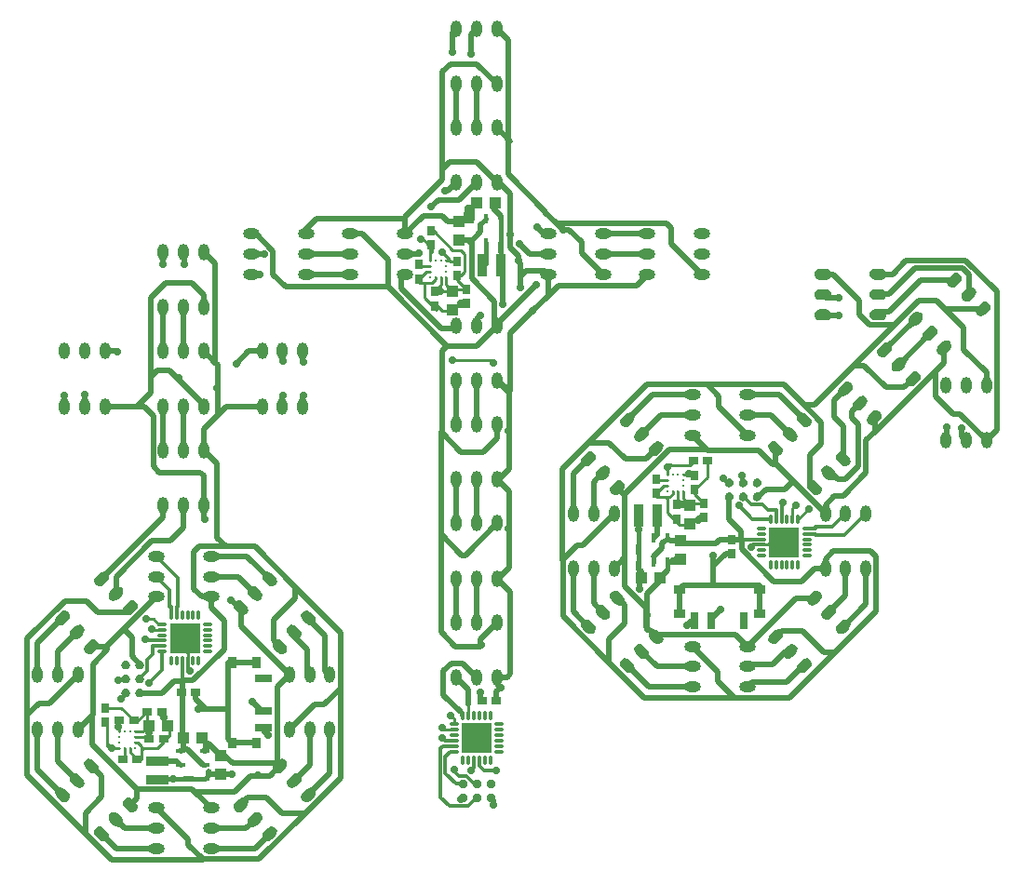
<source format=gtl>
G04 DipTrace 2.4.0.2*
%INfemalemalecross.gtl*%
%MOMM*%
%ADD13C,0.508*%
%ADD14C,0.4*%
%ADD15C,0.254*%
%ADD16C,0.305*%
%ADD17C,0.28*%
%ADD20R,1.1X1.0*%
%ADD21R,1.0X1.1*%
%ADD22R,0.85X2.0*%
%ADD27O,1.0X0.28*%
%ADD28O,0.28X1.0*%
%ADD29C,0.711*%
%ADD30R,2.7X2.7*%
%ADD32R,0.4X0.9*%
%ADD35O,1.0X1.5*%
%ADD37O,1.5X1.0*%
%ADD40R,2.0X0.85*%
%ADD44R,0.9X0.4*%
%ADD46R,0.7X0.9*%
%ADD47R,0.9X0.7*%
%ADD49R,0.25X0.275*%
%ADD50R,0.275X0.25*%
%ADD51C,0.711*%
%FSLAX53Y53*%
G04*
G71*
G90*
G75*
G01*
%LNTop*%
%LPD*%
X69300Y51240D2*
D13*
Y51772D1*
X69089Y51983D1*
Y52666D1*
D14*
X69098Y52675D1*
Y53379D1*
D13*
Y54171D1*
D14*
Y54875D1*
Y55579D1*
D13*
Y56879D1*
X69043Y56934D1*
X69163Y50211D2*
Y51104D1*
X69300Y51240D1*
X74177Y47322D2*
X73871D1*
X73459Y46911D1*
X72681Y59090D2*
D15*
Y57994D1*
X72559Y57871D1*
X73765Y57854D2*
X73105D1*
X72576D1*
X72559Y57871D1*
X73181Y59090D2*
Y58439D1*
X73765Y57854D1*
X75035Y58009D2*
X73920D1*
X73765Y57854D1*
X75339Y61847D2*
Y60388D1*
X74199Y59248D1*
Y58846D1*
X75035Y58009D1*
X69077Y55644D2*
D14*
X69098Y55579D1*
X73105Y57885D2*
D15*
Y57854D1*
X86068Y52098D2*
D13*
Y52945D1*
X86768Y53645D1*
X90196D1*
X90675Y53166D1*
Y48130D1*
X86971Y44426D1*
X85973D1*
X83976Y46423D1*
X82115D1*
X81545Y45852D1*
X86971Y44426D2*
X82834Y40290D1*
X77763D1*
X76255Y41797D1*
Y42693D1*
X73959Y44989D1*
X77763Y40290D2*
X69624D1*
X66402Y43512D1*
Y45667D1*
X67780Y47045D1*
Y48738D1*
X67130Y49388D1*
X66402Y43512D2*
X62197Y47716D1*
Y52876D1*
X63535Y54213D1*
X63964D1*
X66849Y57098D1*
X62197Y52876D2*
X62114Y52793D1*
Y61097D1*
X64548Y63531D1*
X66402D1*
X67890Y62042D1*
X69730D1*
X70665Y62978D1*
X64548Y63531D2*
X69851Y68833D1*
X75328D1*
X76398Y67763D1*
Y66768D1*
X78959Y64207D1*
X75328Y68833D2*
X82274D1*
X84177Y66931D1*
X85717Y65391D1*
Y63450D1*
X84652Y62385D1*
Y59871D1*
X85080Y59442D1*
X86068Y52098D2*
X85119D1*
X83928Y50907D1*
X81366D1*
X78458Y53816D1*
Y54728D1*
D16*
X80284D1*
X78458D2*
D13*
X77516D1*
X76479D1*
X76121Y54371D1*
X73122D1*
X72880Y54613D1*
X71960D1*
D14*
X71698Y54875D1*
X77314Y58597D2*
D13*
Y56532D1*
X78406Y55439D1*
Y54677D1*
X78458Y54728D1*
X70398Y52675D2*
D14*
Y53151D1*
D13*
X71172Y53926D1*
Y54350D1*
X71377Y54554D1*
D14*
X71698Y54875D1*
X84177Y66931D2*
D13*
X85048D1*
X88661Y70543D1*
X89590D1*
X91596Y68537D1*
X93256D1*
X94060Y69342D1*
X88661Y70543D2*
X92348Y74231D1*
X90117D1*
X89147Y75201D1*
Y76474D1*
X86773Y78848D1*
X85848D1*
X92348Y74231D2*
X94581Y76464D1*
X96147D1*
X96930Y75681D1*
X100400D1*
X100424Y75706D1*
X100708Y68746D2*
Y69896D1*
X98642Y71962D1*
Y73968D1*
X96930Y75681D1*
X77516Y54714D2*
Y54728D1*
X85080Y49388D2*
X83357D1*
X78959Y44989D1*
X81545Y62978D2*
Y61621D1*
X83127Y60039D1*
X86068Y57098D1*
X81545Y61621D2*
Y61533D1*
X81244D1*
X79966Y62811D1*
X75355D1*
X75290Y62876D1*
X73959Y64207D1*
X75290Y62876D2*
X71904D1*
X67845Y58818D1*
X67754D1*
X67130Y59442D1*
X67845Y58818D2*
Y53094D1*
X66849Y52098D1*
X67845Y53094D2*
Y50438D1*
X69796Y48488D1*
Y47846D1*
Y46722D1*
X70665Y45852D1*
Y46047D1*
X77901D1*
X78959Y44989D1*
X71698Y52675D2*
D14*
X72152D1*
D13*
X72642D1*
X72880Y52913D1*
X71698Y52675D2*
D14*
Y51971D1*
D13*
Y51938D1*
X71000Y51240D1*
Y50967D1*
X69838Y49805D1*
Y46475D1*
X70128D1*
X70708Y45895D1*
X70665Y45852D1*
X79854Y58597D2*
X79958D1*
X80656Y59296D1*
X82384D1*
X83127Y60039D1*
X80284Y54228D2*
D16*
X79520D1*
X79324Y54033D1*
X80077Y47972D2*
D13*
Y50172D1*
X72777Y47972D2*
Y50172D1*
X69823Y47846D2*
X69796D1*
X80077Y47972D2*
Y50531D1*
X75868D1*
Y52279D1*
Y53231D1*
X81434Y53578D2*
X82334Y54478D1*
X80284Y54228D2*
D15*
X82084D1*
X82334Y54478D1*
X72186Y52709D2*
D14*
X72152Y52675D1*
X72880Y52913D2*
D13*
X72390D1*
X72186Y52709D1*
X82334Y54478D2*
Y55378D1*
X80284Y54228D2*
D17*
X81038D1*
D13*
X82084D1*
X82334Y54478D1*
X75868Y50531D2*
X73136D1*
X72777Y50172D1*
X86068Y57098D2*
Y57822D1*
X86899Y58653D1*
X87682D1*
X89779Y60750D1*
Y63710D1*
X90569Y64500D1*
Y65762D1*
X90525Y65806D1*
X90569Y64500D2*
X96074Y70005D1*
X96881Y70812D1*
Y72162D1*
X96889Y72170D1*
X96074Y70005D2*
Y67729D1*
X97664Y66139D1*
X98315D1*
X100708Y63746D1*
X90848Y78848D2*
X92170D1*
X93412Y80090D1*
X98833D1*
X101643Y77280D1*
Y64680D1*
X100708Y63746D1*
X77516Y53414D2*
X77004D1*
X75868Y52279D1*
X71681Y59590D2*
D15*
X71331D1*
X70869Y59128D1*
Y59091D1*
X70709Y58931D1*
X75035Y56709D2*
Y56493D1*
X74484D1*
X74104D1*
X73765Y56154D1*
X72559Y56571D2*
Y56304D1*
X72839Y56024D1*
X73635D1*
X73765Y56154D1*
X70709Y58931D2*
Y58545D1*
X71554D1*
X71700Y58398D1*
Y57114D1*
X72298Y56516D1*
X72504D1*
X72559Y56571D1*
X72181Y59090D2*
Y58879D1*
X71846Y58545D1*
X71554D1*
X74484Y56506D2*
Y56493D1*
X75035Y56709D2*
D13*
X74687D1*
X74484Y56506D1*
X70743Y56934D2*
Y55220D1*
D14*
X70398Y54875D1*
X77314Y59867D2*
D16*
X77148D1*
X76762Y60253D1*
X81084Y56528D2*
X79446D1*
X78190Y57785D1*
X82084Y56528D2*
Y57934D1*
X82241Y58091D1*
X78584Y59867D2*
Y60400D1*
X78475Y60509D1*
X81584Y56528D2*
Y57379D1*
X80833D1*
X80333Y57879D1*
X79367D1*
X78649Y58597D1*
X78584D1*
X84384Y55728D2*
X85138D1*
Y55862D1*
X86682D1*
X87918Y57098D1*
X84384Y55228D2*
X85138D1*
Y55117D1*
X87787D1*
X89768Y57098D1*
X75677Y47322D2*
D13*
Y47505D1*
X76501Y48328D1*
X89768Y52098D2*
Y48843D1*
X87696Y46772D1*
X87918Y52098D2*
Y49609D1*
X86388Y48080D1*
X84161Y43236D2*
X84070D1*
X82537Y41703D1*
X79373D1*
X78959Y41289D1*
X82853Y44544D2*
X82472D1*
X81284Y43356D1*
X79176D1*
X78959Y43139D1*
X73959Y41289D2*
X69996D1*
X68049Y43236D1*
X73959Y43139D2*
X70762D1*
X69357Y44544D1*
X64999Y52098D2*
Y48902D1*
X65822Y48080D1*
X63149Y52098D2*
Y48136D1*
X64514Y46772D1*
X63149Y57098D2*
Y60694D1*
X64514Y62058D1*
X64999Y57098D2*
Y59928D1*
X65822Y60750D1*
X73959Y66057D2*
X71129D1*
X69357Y64286D1*
X73959Y67907D2*
X70363D1*
X68049Y65594D1*
X78959Y67907D2*
X81847D1*
X84161Y65594D1*
X78959Y66057D2*
X81081D1*
X82853Y64286D1*
X87696Y62058D2*
Y65000D1*
X86850Y65846D1*
Y67364D1*
X87909Y68423D1*
X86388Y60750D2*
X86612D1*
X87193Y60170D1*
X87878D1*
X89052Y61344D1*
Y65210D1*
X88514Y65748D1*
Y66411D1*
X89217Y67114D1*
X91444Y71958D2*
X94273Y74787D1*
X92752Y70650D2*
X95581Y73478D1*
X99116Y77014D2*
Y78828D1*
X98541Y79403D1*
X94193D1*
X91841Y77051D1*
X90901D1*
X90848Y76998D1*
X97808Y78322D2*
X94727D1*
X91841Y75436D1*
X91137D1*
X90848Y75148D1*
X97122Y64908D2*
Y63860D1*
X97008Y63746D1*
X87245Y75061D2*
X85936D1*
X85848Y75148D1*
X98500Y64816D2*
Y64104D1*
X98858Y63746D1*
X87291Y76715D2*
X86132D1*
X85848Y76998D1*
X31045Y33366D2*
X30171D1*
X29955Y33582D1*
Y33240D1*
D14*
X29610Y32896D1*
X28558D1*
D13*
X27766D1*
D14*
X27410D1*
X26761D1*
X26129D1*
D13*
X25406D1*
X25352Y32841D1*
X32084Y33389D2*
X31068D1*
X31045Y33366D1*
X34973Y37599D2*
Y37292D1*
X35384Y36881D1*
X23319Y36708D2*
D15*
X24390D1*
X24562Y36536D1*
X24554Y37793D2*
Y37133D1*
Y36544D1*
X24562Y36536D1*
X23319Y37208D2*
X23970D1*
X24554Y37793D1*
X24399Y39063D2*
Y37948D1*
X24554Y37793D1*
X20575Y39367D2*
X22021D1*
X23161Y38226D1*
X23563D1*
X24399Y39063D1*
X24524Y37133D2*
X24554D1*
X26761Y32903D2*
D14*
Y32896D1*
X30197Y49489D2*
D13*
X29350D1*
X28650Y50189D1*
Y53617D1*
X29129Y54096D1*
X31548D1*
X34164D1*
X37868Y50392D1*
Y49394D1*
X35872Y47397D1*
Y45537D1*
X36442Y44966D1*
X37868Y50392D2*
X42005Y46255D1*
Y41184D1*
X40497Y39676D1*
X39602D1*
X37306Y37380D1*
X42005Y41184D2*
Y33045D1*
X38783Y29823D1*
X36628D1*
X35249Y31201D1*
X33557D1*
X32907Y30551D1*
X38783Y29823D2*
X34579Y25619D1*
X29419D1*
X28082Y26956D1*
Y27386D1*
X25197Y30271D1*
X29419Y25619D2*
X29502Y25535D1*
X21198D1*
X18764Y27970D1*
Y29823D1*
X20252Y31312D1*
Y33152D1*
X19317Y34087D1*
X18764Y27970D2*
X13474Y33259D1*
Y38762D1*
X14532Y39820D1*
X15527D1*
X18088Y42380D1*
X13474Y38762D2*
Y45708D1*
X16904Y49138D1*
X18845D1*
X19910Y48073D1*
X22424D1*
X22853Y48502D1*
X30197Y49489D2*
Y48540D1*
X31387Y47349D1*
Y44704D1*
X28563Y41879D1*
X27566D1*
D16*
Y43706D1*
Y41879D2*
D13*
Y40660D1*
Y36783D1*
X27672Y36678D1*
Y35758D1*
D14*
X27410Y35496D1*
X23697Y40735D2*
D13*
X25763D1*
X26856Y41828D1*
X27617D1*
X27566Y41879D1*
X29610Y34196D2*
D14*
X29482D1*
D13*
X28012Y35666D1*
X27587D1*
X27689Y35564D1*
D14*
X27383D1*
Y35522D1*
X27410Y35496D1*
X29547Y62839D2*
D13*
Y64798D1*
X30781Y66032D1*
Y68507D1*
Y70605D1*
X30578Y70808D1*
X29547Y71839D1*
X31548Y54096D2*
X30745Y54899D1*
Y61641D1*
X29547Y62839D1*
X30578Y70808D2*
Y79808D1*
X29547Y80839D1*
X34847Y66839D2*
X31588D1*
X30781Y66032D1*
X20547Y71839D2*
X21606D1*
X21646Y71799D1*
X30718Y68507D2*
X30781D1*
X27473Y40847D2*
Y40754D1*
X27566Y40660D1*
X32907Y48502D2*
Y46779D1*
X37306Y42380D1*
X19317Y44966D2*
X20673D1*
X22256Y46548D1*
X25197Y49489D1*
X20673Y44966D2*
X20762D1*
Y44665D1*
X19484Y43387D1*
Y38776D1*
X19419Y38711D1*
X18088Y37380D1*
X19419Y38711D2*
Y36051D1*
X23477Y31993D1*
Y31176D1*
X22853Y30551D1*
X23477Y31993D2*
X28475D1*
X28684Y31783D1*
X30197Y30271D1*
X28684Y31783D2*
X32373D1*
X33807Y33217D1*
X34449D1*
X35573D1*
X36442Y34087D1*
X36248D1*
Y41323D1*
X37306Y42380D1*
X29610Y35496D2*
D14*
Y36645D1*
D13*
X29262D1*
X29340D1*
X29372Y36678D1*
X29610Y35496D2*
D14*
X29535D1*
D13*
X29966Y35927D1*
Y36144D1*
X31045Y35066D1*
X31398D1*
X32132Y34331D1*
X36198D1*
X36442Y34087D1*
X23697Y43275D2*
Y43379D1*
X22999Y44078D1*
Y45805D1*
X22256Y46548D1*
X28066Y43706D2*
D16*
Y42941D1*
X28262Y42746D1*
X34323Y43499D2*
D13*
X32123D1*
X34323Y36199D2*
X32123D1*
X34449Y33244D2*
Y33217D1*
X34323Y43499D2*
X31763D1*
Y39289D1*
X29688D1*
X29064D1*
X28716Y44856D2*
X27816Y45756D1*
X28066Y43706D2*
D15*
Y45506D1*
X27816Y45756D1*
X29229Y36679D2*
D14*
X29262Y36645D1*
X29231Y36678D2*
D13*
X29229Y36679D1*
X27816Y45756D2*
X26916D1*
X28066Y43706D2*
D17*
Y44460D1*
D13*
Y45506D1*
X27816Y45756D1*
X31763Y39289D2*
Y36558D1*
X32123Y36199D1*
X29547Y57839D2*
Y56653D1*
X29623Y56577D1*
X32907Y48502D2*
X32730D1*
X32027Y49204D1*
X29547Y75839D2*
Y76998D1*
X28467Y78078D1*
X26087D1*
X24678Y76669D1*
Y69480D1*
Y68072D1*
X23416Y66809D1*
X20577D1*
X20547Y66839D1*
X29547D2*
Y66992D1*
X27207Y69332D1*
X26427Y70112D1*
X25311D1*
X24678Y69480D1*
X29547Y57839D2*
Y60500D1*
X29229Y60818D1*
X25456D1*
X24934Y61339D1*
Y65991D1*
X24117Y66809D1*
X23416D1*
X34847Y71839D2*
X33649D1*
X32484Y70675D1*
X27266Y69390D2*
X27207Y69332D1*
X28773Y40847D2*
Y40205D1*
X29688Y39289D1*
X22819Y35708D2*
D15*
Y35359D1*
X23281Y34897D1*
X23318D1*
X23478Y34737D1*
X25699Y39063D2*
X25916D1*
Y38511D1*
Y38131D1*
X26254Y37793D1*
X25862Y36536D2*
X26054D1*
X26385Y36867D1*
Y37662D1*
X26254Y37793D1*
X23478Y34737D2*
X23864D1*
Y35581D1*
X24010Y35727D1*
X25295D1*
X25892Y36325D1*
Y36506D1*
X25862Y36536D1*
X23319Y36208D2*
X23529D1*
X23864Y35874D1*
Y35581D1*
X25903Y38511D2*
X25916D1*
X25699Y39063D2*
D13*
Y38715D1*
X25903Y38511D1*
X25352Y34541D2*
X27065D1*
D14*
X27410Y34196D1*
X22427Y40735D2*
D16*
Y40569D1*
X22042Y40184D1*
X25766Y44506D2*
Y42867D1*
X24510Y41611D1*
X25766Y45506D2*
X24360D1*
X24204Y45662D1*
X22427Y42005D2*
X21895D1*
X21786Y41896D1*
X25766Y45006D2*
X24916D1*
Y44255D1*
X24416Y43755D1*
Y42789D1*
X23697Y42070D1*
Y42005D1*
X26566Y47806D2*
Y48560D1*
X26433D1*
Y50103D1*
X25197Y51339D1*
X27066Y47806D2*
Y48560D1*
X27177D1*
Y51208D1*
X25197Y53189D1*
X34973Y39099D2*
D13*
X34790D1*
X33966Y39923D1*
X30197Y53189D2*
X33452D1*
X35523Y51118D1*
X30197Y51339D2*
X32686D1*
X34215Y49810D1*
X39059Y47582D2*
Y47491D1*
X40592Y45958D1*
Y42794D1*
X41006Y42380D1*
X37751Y46274D2*
Y45893D1*
X38938Y44706D1*
Y42597D1*
X39156Y42380D1*
X41006Y37380D2*
Y33417D1*
X39059Y31471D1*
X39156Y37380D2*
Y34184D1*
X37751Y32779D1*
X30197Y28421D2*
X33393D1*
X34215Y29243D1*
X30197Y26571D2*
X34159D1*
X35523Y27935D1*
X25197Y26571D2*
X21601D1*
X20236Y27935D1*
X25197Y28421D2*
X22367D1*
X21545Y29243D1*
X16238Y37380D2*
Y34550D1*
X18009Y32779D1*
X14388Y37380D2*
Y33784D1*
X16701Y31471D1*
X14388Y42380D2*
Y45269D1*
X16701Y47582D1*
X16238Y42380D2*
Y44503D1*
X18009Y46274D1*
X38547Y66839D2*
Y67704D1*
X38619Y67777D1*
X16833Y67850D2*
Y66853D1*
X16847Y66839D1*
X36697D2*
Y67752D1*
X36721Y67777D1*
X18730Y67923D2*
Y66873D1*
X18697Y66839D1*
X21545Y49810D2*
Y51271D1*
X24844Y54570D1*
X26489D1*
X27723Y55804D1*
Y57812D1*
X27697Y57839D1*
X25847D2*
Y56728D1*
X20236Y51118D1*
X25847Y62839D2*
Y66839D1*
X27697Y62839D2*
Y66839D1*
Y75839D2*
Y71839D1*
X25847Y75839D2*
Y71839D1*
X38547D2*
Y70914D1*
X38582Y70879D1*
X25846Y79746D2*
Y80839D1*
X25847D1*
X36697Y71839D2*
Y70940D1*
X36721Y70915D1*
X27744Y79710D2*
Y80792D1*
X27697Y80839D1*
X56523Y83909D2*
D14*
Y81660D1*
D13*
Y80868D1*
D14*
Y81709D1*
Y79460D1*
D13*
X56578D1*
Y79651D1*
X56523Y83909D2*
Y84189D1*
X55904Y84808D1*
Y85195D1*
X56053Y85344D1*
X56762Y76137D2*
Y79466D1*
X56578Y79651D1*
X51094Y78570D2*
D15*
Y77853D1*
X50521Y77281D1*
X52178Y77335D2*
X51068D1*
X50575D1*
X50521Y77281D1*
X51594Y78570D2*
Y77919D1*
X52178Y77335D1*
X53448Y77490D2*
X52333D1*
X52178Y77335D1*
X50231Y82796D2*
X50432D1*
X52181Y81048D1*
X52910D1*
X53285Y80672D1*
Y79082D1*
X52932Y78729D1*
X52612D1*
Y78326D1*
X53448Y77490D1*
X51068Y77318D2*
Y77335D1*
X52741Y81971D2*
D13*
X53661D1*
D14*
X53923Y81709D1*
X53744D1*
D13*
X54724Y82689D1*
Y83410D1*
D14*
X55223Y83909D1*
X54106Y34626D2*
D16*
Y33952D1*
X53883Y33729D1*
Y33667D1*
X52916Y31102D2*
D13*
X53016D1*
X53126Y31213D1*
X52741Y81971D2*
X53899D1*
Y78476D1*
X55989Y76386D1*
Y74176D1*
X56206D1*
X33856Y82526D2*
X34259D1*
X35834Y80950D1*
Y78855D1*
X36984Y77706D1*
X46279D1*
X51655Y72330D1*
X54361D1*
X56206Y74176D1*
Y65176D2*
Y63951D1*
X54946Y62691D1*
X52906D1*
X51206Y64391D1*
Y71882D1*
X51655Y72330D1*
X51206Y64391D2*
X51121Y64476D1*
Y55182D1*
X53020Y53283D1*
X53314D1*
X56206Y56176D1*
X51121Y55182D2*
Y46281D1*
X52441Y44961D1*
X54669D1*
Y45198D1*
Y45639D1*
X56206Y47176D1*
X42856Y82526D2*
X43964D1*
X46279Y80211D1*
Y77706D1*
X59754Y77856D2*
X56206Y74309D1*
Y74176D1*
X54758Y45109D2*
X54669Y45198D1*
X62200Y82902D2*
X62188D1*
X61598Y83492D1*
X60560Y84530D1*
X60621D1*
X57224Y87928D1*
Y91159D1*
X57431Y90952D1*
X56206Y92176D1*
X57431Y90952D2*
X57224D1*
Y100159D1*
X56206Y101176D1*
X62200Y82902D2*
X62720D1*
X63877Y81746D1*
Y80806D1*
X65856Y78826D1*
X61598Y83492D2*
X71637D1*
X72052Y83077D1*
Y81631D1*
X74856Y78826D1*
X54713Y40789D2*
Y40163D1*
X54863Y40013D1*
X53923Y83909D2*
D14*
Y84914D1*
D13*
X54353Y85344D1*
X53923Y83909D2*
D14*
X52661D1*
D13*
Y83751D1*
X52741Y83671D1*
X54606Y34626D2*
D16*
Y34079D1*
X54992Y33693D1*
X56163D1*
X55854Y30564D2*
D13*
Y31026D1*
X55666Y31213D1*
X47856Y82526D2*
Y83920D1*
X39800D1*
X38775Y82894D1*
Y82444D1*
X38856Y82526D1*
X56206Y60176D2*
X56342D1*
X57327Y61161D1*
Y64553D1*
Y68056D1*
X56206Y69176D1*
Y51176D2*
X56268D1*
X57278Y52185D1*
Y55725D1*
Y59105D1*
X56206Y60176D1*
Y42176D2*
X57108D1*
X57436Y42505D1*
Y49946D1*
X56206Y51176D1*
X55256Y37576D2*
X54356Y36676D1*
X56206Y42176D2*
Y41549D1*
X56519Y41236D1*
X52661Y83751D2*
D14*
Y83591D1*
D13*
X52741Y83671D1*
X53398Y83842D2*
D14*
X53713Y83727D1*
X53923Y84914D1*
X53398Y83842D2*
D13*
Y84389D1*
X54353Y85344D1*
X53605Y84833D2*
D14*
Y84302D1*
X52888Y83585D1*
X52661D1*
X47856Y83920D2*
D13*
Y84086D1*
X51220Y87450D1*
Y88404D1*
X51858Y89042D1*
X54341D1*
X56206Y87176D1*
X51220Y88404D2*
Y97268D1*
X51947Y97995D1*
X54387D1*
X56206Y96176D1*
X69856Y78826D2*
Y78744D1*
X68947Y77834D1*
X61794D1*
X60856Y76897D1*
X59467Y75507D1*
X57405Y73445D1*
Y68206D1*
X56206Y69176D1*
X60856Y78826D2*
Y76897D1*
X57245Y55725D2*
X57278D1*
X57207Y64585D2*
X57327Y64553D1*
X59436Y75538D2*
X59467Y75507D1*
X58361Y77597D2*
Y79857D1*
X58152Y80066D1*
X58204D1*
Y80476D1*
X57425Y81255D1*
Y82441D1*
X56206Y87176D2*
Y87408D1*
X57425Y86189D1*
Y82441D1*
X58361Y77597D2*
Y78665D1*
X58850Y79154D1*
X60529D1*
X60856Y78826D1*
X56163Y40013D2*
Y40880D1*
X56519Y41236D1*
X52741Y83671D2*
X51760D1*
X51238Y84193D1*
X49523D1*
X47856Y82526D1*
X50094Y79070D2*
D15*
X49744D1*
X49282Y78608D1*
Y78571D1*
X49122Y78412D1*
X53448Y76190D2*
Y75974D1*
X52897D1*
X52517D1*
X52178Y75635D1*
X50521Y75981D2*
X50776D1*
X51252Y75504D1*
X52048D1*
X52178Y75635D1*
X49122Y78412D2*
Y78032D1*
X49967D1*
X49629D1*
Y76681D1*
X50710Y75600D1*
Y75792D1*
X50521Y75981D1*
X50594Y78570D2*
Y78360D1*
X50266Y78032D1*
X49967D1*
X52897Y76212D2*
Y75974D1*
X53448Y76190D2*
D13*
X52919D1*
X52897Y76212D1*
X55223Y81709D2*
D14*
Y79853D1*
D13*
X55021Y79651D1*
X54878D1*
X52306Y35426D2*
D16*
X51972D1*
X51507Y34961D1*
Y33455D1*
X52479Y32483D1*
X53126D1*
X52306Y36426D2*
X51473D1*
X51218Y36681D1*
X52280Y33799D2*
Y33639D1*
X52734Y33185D1*
X53425D1*
X54128Y32483D1*
X54396D1*
X52306Y35926D2*
X51267D1*
X51042Y35701D1*
Y31271D1*
X51872Y30441D1*
X53575D1*
X54346Y31213D1*
X54396D1*
X53106Y38726D2*
D17*
X52904D1*
Y39027D1*
D13*
X51343Y40588D1*
Y42746D1*
X52043Y43446D1*
X53086D1*
X54356Y42176D1*
X53606Y38726D2*
D17*
Y39685D1*
D13*
Y41076D1*
X52506Y42176D1*
Y47176D2*
Y51176D1*
X54356Y47176D2*
Y51176D1*
X52506Y56176D2*
Y60176D1*
X54356Y56176D2*
Y60176D1*
X52506Y65176D2*
Y69176D1*
X54356Y65176D2*
Y69176D1*
Y74176D2*
Y74766D1*
X54683Y75093D1*
X47856Y80676D2*
X48995D1*
X49076Y80757D1*
X52506Y74176D2*
Y73942D1*
X51095D1*
X47471Y77566D1*
Y78936D1*
X47966D1*
X47856Y78826D1*
X42856D2*
X38856D1*
X42856Y80676D2*
X38856D1*
X35011Y80693D2*
X33856Y80676D1*
X50225Y84975D2*
X50839Y85589D1*
X52769D1*
X54356Y87176D1*
X33856Y78826D2*
X34641D1*
Y78860D1*
X51494Y86402D2*
X51732D1*
X52506Y87176D1*
Y92176D2*
Y96176D1*
X54356Y92176D2*
Y96176D1*
X65856Y82526D2*
X69856D1*
X65856Y80676D2*
X69856D1*
X52179Y99015D2*
Y100849D1*
X52506Y101176D1*
X60856Y82526D2*
X60482D1*
X59894Y83114D1*
X53880Y98884D2*
Y100700D1*
X54356Y101176D1*
X60856Y80676D2*
X59179D1*
X58217Y81638D1*
X83584Y56528D2*
D15*
X83601D1*
X84542Y57470D1*
X73181Y60590D2*
X73443D1*
X73485Y60548D1*
X74199D1*
X73633Y60674D2*
X73485Y60548D1*
X71681Y60590D2*
Y61253D1*
Y61383D1*
X71837D1*
Y61523D1*
X71995D1*
X72060Y61458D1*
X73234D1*
X73261Y61485D1*
X73779D1*
X74039Y61745D1*
Y61847D1*
X71729Y61253D2*
X71681D1*
X83084Y56528D2*
Y57558D1*
X83351Y57825D1*
X71681Y60090D2*
X70851D1*
X70709Y60231D1*
X21819Y37208D2*
Y37470D1*
X21861Y37512D1*
Y38226D1*
X21734Y37660D2*
X21861Y37512D1*
X25766Y47006D2*
X25381D1*
X24934Y47452D1*
X24329D1*
X21819Y35708D2*
X21156D1*
X21026D1*
Y35864D1*
X20886D1*
Y36023D1*
X20747Y35883D1*
Y37984D1*
X20664Y38067D1*
X20575D1*
X21156Y35756D2*
Y35708D1*
X25766Y46506D2*
X25012D1*
X24810D1*
X24763Y46553D1*
X22319Y35708D2*
Y34878D1*
X22178Y34737D1*
X51594Y80070D2*
X51855D1*
X51897Y80029D1*
X52612D1*
X51228Y80840D2*
X51897Y80171D1*
Y80029D1*
X52306Y37926D2*
Y38428D1*
X52006Y38728D1*
X52129Y71040D2*
X55591D1*
X55875Y70757D1*
X50094Y80070D2*
Y80863D1*
X50249D1*
Y81124D1*
X49877Y81496D1*
X50231D1*
X49232Y82080D2*
X49426D1*
X50094Y81412D1*
Y80863D1*
X52306Y37426D2*
X51386D1*
X51192Y37620D1*
X50094Y79570D2*
X49264D1*
X49122Y79712D1*
D51*
X75868Y53231D3*
X29064Y39289D3*
X76762Y60253D3*
X78475Y60509D3*
X82241Y58091D3*
X78190Y57785D3*
X79324Y54033D3*
X69163Y50211D3*
X69823Y47846D3*
X72186Y52709D3*
X73459Y46911D3*
X76501Y48328D3*
X87291Y76715D3*
X87245Y75061D3*
X97122Y64908D3*
X98500Y64816D3*
X22042Y40184D3*
X21786Y41896D3*
X24204Y45662D3*
X24510Y41611D3*
X28262Y42746D3*
X32084Y33389D3*
X34449Y33244D3*
X29229Y36679D3*
X35384Y36881D3*
X33966Y39923D3*
X29623Y56577D3*
X32027Y49204D3*
X27744Y79710D3*
X25846Y79746D3*
X36721Y70915D3*
X38582Y70879D3*
X38619Y67777D3*
X36721D3*
X18730Y67923D3*
X16833Y67850D3*
X32484Y70675D3*
X21646Y71799D3*
X30718Y68507D3*
X27266Y69390D3*
X57245Y55725D3*
X57207Y64585D3*
X51494Y86402D3*
X50225Y84975D3*
X51218Y36681D3*
X52280Y33799D3*
X56163Y33693D3*
X53883Y33667D3*
X52916Y31102D3*
X55854Y30564D3*
X34641Y78860D3*
X35011Y80693D3*
X53880Y98884D3*
X52179Y99015D3*
X58217Y81638D3*
X59894Y83114D3*
X59754Y77856D3*
X62200Y82902D3*
X56762Y76137D3*
X59436Y75538D3*
X56519Y41236D3*
X54758Y45109D3*
X53398Y83842D3*
X58361Y77597D3*
X53605Y84833D3*
X58152Y80066D3*
X57425Y82441D3*
X54713Y40789D3*
X73633Y60674D3*
X71729Y61253D3*
X84542Y57470D3*
X83351Y57825D3*
X69077Y55644D3*
X73105Y57885D3*
X74484Y56506D3*
X21734Y37660D3*
X21156Y35756D3*
X24524Y37133D3*
X25903Y38511D3*
X51228Y80840D3*
X49232Y82080D3*
X51068Y77318D3*
X52897Y76212D3*
X26761Y32903D3*
X24329Y47452D3*
X24763Y46553D3*
X49076Y80757D3*
X54683Y75093D3*
X52006Y38728D3*
X51192Y37620D3*
X52129Y71040D3*
X55875Y70757D3*
D20*
X69300Y51240D3*
X71000D3*
D21*
X72880Y54613D3*
Y52913D3*
G36*
X77708Y59867D2*
X77702Y59936D1*
X77684Y60002D1*
X77655Y60064D1*
X77615Y60120D1*
X77567Y60169D1*
X77511Y60208D1*
X77448Y60237D1*
X77382Y60255D1*
X77314Y60261D1*
D1*
X77245Y60255D1*
X77179Y60237D1*
X77117Y60208D1*
X77061Y60169D1*
X77012Y60120D1*
X76973Y60064D1*
X76944Y60002D1*
X76926Y59936D1*
X76920Y59867D1*
D1*
X76926Y59799D1*
X76944Y59733D1*
X76973Y59671D1*
X77012Y59614D1*
X77061Y59566D1*
X77117Y59526D1*
X77179Y59497D1*
X77245Y59480D1*
X77314Y59474D1*
D1*
X77382Y59480D1*
X77448Y59497D1*
X77511Y59526D1*
X77567Y59566D1*
X77615Y59614D1*
X77655Y59671D1*
X77684Y59733D1*
X77702Y59799D1*
X77708Y59867D1*
G37*
G36*
X78978D2*
X78972Y59936D1*
X78954Y60002D1*
X78925Y60064D1*
X78885Y60120D1*
X78837Y60169D1*
X78781Y60208D1*
X78718Y60237D1*
X78652Y60255D1*
X78584Y60261D1*
D1*
X78515Y60255D1*
X78449Y60237D1*
X78387Y60208D1*
X78331Y60169D1*
X78282Y60120D1*
X78243Y60064D1*
X78214Y60002D1*
X78196Y59936D1*
X78190Y59867D1*
D1*
X78196Y59799D1*
X78214Y59733D1*
X78243Y59671D1*
X78282Y59614D1*
X78331Y59566D1*
X78387Y59526D1*
X78449Y59497D1*
X78515Y59480D1*
X78584Y59474D1*
D1*
X78652Y59480D1*
X78718Y59497D1*
X78781Y59526D1*
X78837Y59566D1*
X78885Y59614D1*
X78925Y59671D1*
X78954Y59733D1*
X78972Y59799D1*
X78978Y59867D1*
G37*
G36*
X80248D2*
X80242Y59936D1*
X80224Y60002D1*
X80195Y60064D1*
X80155Y60120D1*
X80107Y60169D1*
X80051Y60208D1*
X79988Y60237D1*
X79922Y60255D1*
X79854Y60261D1*
D1*
X79785Y60255D1*
X79719Y60237D1*
X79657Y60208D1*
X79601Y60169D1*
X79552Y60120D1*
X79513Y60064D1*
X79484Y60002D1*
X79466Y59936D1*
X79460Y59867D1*
D1*
X79466Y59799D1*
X79484Y59733D1*
X79513Y59671D1*
X79552Y59614D1*
X79601Y59566D1*
X79657Y59526D1*
X79719Y59497D1*
X79785Y59480D1*
X79854Y59474D1*
D1*
X79922Y59480D1*
X79988Y59497D1*
X80051Y59526D1*
X80107Y59566D1*
X80155Y59614D1*
X80195Y59671D1*
X80224Y59733D1*
X80242Y59799D1*
X80248Y59867D1*
G37*
G36*
Y58597D2*
X80242Y58666D1*
X80224Y58732D1*
X80195Y58794D1*
X80155Y58850D1*
X80107Y58899D1*
X80051Y58938D1*
X79988Y58967D1*
X79922Y58985D1*
X79854Y58991D1*
D1*
X79785Y58985D1*
X79719Y58967D1*
X79657Y58938D1*
X79601Y58899D1*
X79552Y58850D1*
X79513Y58794D1*
X79484Y58732D1*
X79466Y58666D1*
X79460Y58597D1*
D1*
X79466Y58529D1*
X79484Y58463D1*
X79513Y58401D1*
X79552Y58344D1*
X79601Y58296D1*
X79657Y58256D1*
X79719Y58227D1*
X79785Y58210D1*
X79854Y58204D1*
D1*
X79922Y58210D1*
X79988Y58227D1*
X80051Y58256D1*
X80107Y58296D1*
X80155Y58344D1*
X80195Y58401D1*
X80224Y58463D1*
X80242Y58529D1*
X80248Y58597D1*
G37*
G36*
X78978D2*
X78972Y58666D1*
X78954Y58732D1*
X78925Y58794D1*
X78885Y58850D1*
X78837Y58899D1*
X78781Y58938D1*
X78718Y58967D1*
X78652Y58985D1*
X78584Y58991D1*
D1*
X78515Y58985D1*
X78449Y58967D1*
X78387Y58938D1*
X78331Y58899D1*
X78282Y58850D1*
X78243Y58794D1*
X78214Y58732D1*
X78196Y58666D1*
X78190Y58597D1*
D1*
X78196Y58529D1*
X78214Y58463D1*
X78243Y58401D1*
X78282Y58344D1*
X78331Y58296D1*
X78387Y58256D1*
X78449Y58227D1*
X78515Y58210D1*
X78584Y58204D1*
D1*
X78652Y58210D1*
X78718Y58227D1*
X78781Y58256D1*
X78837Y58296D1*
X78885Y58344D1*
X78925Y58401D1*
X78954Y58463D1*
X78972Y58529D1*
X78978Y58597D1*
G37*
G36*
X77708D2*
X77702Y58666D1*
X77684Y58732D1*
X77655Y58794D1*
X77615Y58850D1*
X77567Y58899D1*
X77511Y58938D1*
X77448Y58967D1*
X77382Y58985D1*
X77314Y58991D1*
D1*
X77245Y58985D1*
X77179Y58967D1*
X77117Y58938D1*
X77061Y58899D1*
X77012Y58850D1*
X76973Y58794D1*
X76944Y58732D1*
X76926Y58666D1*
X76920Y58597D1*
D1*
X76926Y58529D1*
X76944Y58463D1*
X76973Y58401D1*
X77012Y58344D1*
X77061Y58296D1*
X77117Y58256D1*
X77179Y58227D1*
X77245Y58210D1*
X77314Y58204D1*
D1*
X77382Y58210D1*
X77448Y58227D1*
X77511Y58256D1*
X77567Y58296D1*
X77615Y58344D1*
X77655Y58401D1*
X77684Y58463D1*
X77702Y58529D1*
X77708Y58597D1*
G37*
D22*
X69043Y56934D3*
X70743D3*
D27*
X80284Y55728D3*
Y55228D3*
Y54728D3*
Y54228D3*
Y53728D3*
Y53228D3*
D28*
X81084Y52428D3*
X81584D3*
X82084D3*
X82584D3*
X83084D3*
X83584D3*
D27*
X84384Y53228D3*
Y53728D3*
Y54228D3*
Y54728D3*
Y55228D3*
Y55728D3*
D28*
X83584Y56528D3*
X83084D3*
X82584D3*
X82084D3*
X81584D3*
X81084D3*
D29*
X81434Y55378D3*
X82334D3*
X83234D3*
X81434Y54478D3*
X82334D3*
X83234D3*
X81434Y53578D3*
X82334D3*
X83234D3*
D30*
X82334Y54478D3*
D32*
X69098Y52675D3*
X70398D3*
X71698D3*
Y54875D3*
X70398D3*
X69098D3*
D35*
X89768Y57098D3*
X87918D3*
X86068D3*
Y52098D3*
X87918D3*
X89768D3*
G36*
X87166Y46948D2*
X87048Y46760D1*
X87023Y46539D1*
X87096Y46329D1*
X87254Y46171D1*
X87464Y46098D1*
X87685Y46123D1*
X87873Y46241D1*
X88227Y46595D1*
X88345Y46783D1*
X88370Y47004D1*
X88297Y47214D1*
X88139Y47372D1*
X87929Y47445D1*
X87708Y47420D1*
X87520Y47302D1*
X87166Y46948D1*
G37*
G36*
X85858Y48257D2*
X85740Y48068D1*
X85715Y47847D1*
X85788Y47637D1*
X85946Y47480D1*
X86156Y47406D1*
X86377Y47431D1*
X86565Y47549D1*
X86919Y47903D1*
X87037Y48091D1*
X87062Y48313D1*
X86988Y48523D1*
X86831Y48680D1*
X86621Y48753D1*
X86400Y48728D1*
X86212Y48610D1*
X85858Y48257D1*
G37*
G36*
X84550Y49565D2*
X84431Y49376D1*
X84407Y49155D1*
X84480Y48945D1*
X84637Y48788D1*
X84847Y48714D1*
X85069Y48739D1*
X85257Y48858D1*
X85610Y49211D1*
X85729Y49400D1*
X85754Y49621D1*
X85680Y49831D1*
X85523Y49988D1*
X85313Y50062D1*
X85092Y50037D1*
X84903Y49918D1*
X84550Y49565D1*
G37*
G36*
X81014Y46029D2*
X80896Y45841D1*
X80871Y45620D1*
X80944Y45410D1*
X81102Y45252D1*
X81312Y45179D1*
X81533Y45204D1*
X81721Y45322D1*
X82075Y45676D1*
X82193Y45864D1*
X82218Y46085D1*
X82145Y46295D1*
X81987Y46452D1*
X81777Y46526D1*
X81556Y46501D1*
X81368Y46383D1*
X81014Y46029D1*
G37*
G36*
X82322Y44721D2*
X82204Y44533D1*
X82179Y44311D1*
X82253Y44101D1*
X82410Y43944D1*
X82620Y43871D1*
X82841Y43895D1*
X83030Y44014D1*
X83383Y44367D1*
X83502Y44556D1*
X83526Y44777D1*
X83453Y44987D1*
X83296Y45144D1*
X83086Y45218D1*
X82864Y45193D1*
X82676Y45075D1*
X82322Y44721D1*
G37*
G36*
X83631Y43413D2*
X83512Y43224D1*
X83487Y43003D1*
X83561Y42793D1*
X83718Y42636D1*
X83928Y42562D1*
X84149Y42587D1*
X84338Y42706D1*
X84691Y43059D1*
X84810Y43248D1*
X84835Y43469D1*
X84761Y43679D1*
X84604Y43836D1*
X84394Y43910D1*
X84173Y43885D1*
X83984Y43766D1*
X83631Y43413D1*
G37*
D37*
X78959Y41289D3*
Y43139D3*
Y44989D3*
X73959D3*
Y43139D3*
Y41289D3*
G36*
X68226Y43766D2*
X68038Y43885D1*
X67816Y43910D1*
X67606Y43836D1*
X67449Y43679D1*
X67376Y43469D1*
X67400Y43248D1*
X67519Y43059D1*
X67872Y42706D1*
X68061Y42587D1*
X68282Y42562D1*
X68492Y42636D1*
X68649Y42793D1*
X68723Y43003D1*
X68698Y43224D1*
X68580Y43413D1*
X68226Y43766D1*
G37*
G36*
X69534Y45075D2*
X69346Y45193D1*
X69125Y45218D1*
X68915Y45144D1*
X68757Y44987D1*
X68684Y44777D1*
X68709Y44556D1*
X68827Y44367D1*
X69181Y44014D1*
X69369Y43895D1*
X69590Y43871D1*
X69800Y43944D1*
X69957Y44101D1*
X70031Y44311D1*
X70006Y44533D1*
X69888Y44721D1*
X69534Y45075D1*
G37*
G36*
X70842Y46383D2*
X70654Y46501D1*
X70433Y46526D1*
X70223Y46453D1*
X70065Y46295D1*
X69992Y46085D1*
X70017Y45864D1*
X70135Y45676D1*
X70489Y45322D1*
X70677Y45204D1*
X70898Y45179D1*
X71108Y45252D1*
X71266Y45410D1*
X71339Y45620D1*
X71314Y45841D1*
X71196Y46029D1*
X70842Y46383D1*
G37*
G36*
X67307Y49918D2*
X67118Y50037D1*
X66897Y50062D1*
X66687Y49988D1*
X66530Y49831D1*
X66456Y49621D1*
X66481Y49400D1*
X66600Y49211D1*
X66953Y48858D1*
X67142Y48739D1*
X67363Y48714D1*
X67573Y48788D1*
X67730Y48945D1*
X67804Y49155D1*
X67779Y49376D1*
X67660Y49565D1*
X67307Y49918D1*
G37*
G36*
X65999Y48610D2*
X65810Y48728D1*
X65589Y48753D1*
X65379Y48680D1*
X65222Y48523D1*
X65148Y48313D1*
X65173Y48091D1*
X65291Y47903D1*
X65645Y47549D1*
X65833Y47431D1*
X66055Y47406D1*
X66265Y47480D1*
X66422Y47637D1*
X66495Y47847D1*
X66471Y48068D1*
X66352Y48257D1*
X65999Y48610D1*
G37*
G36*
X64690Y47302D2*
X64502Y47420D1*
X64281Y47445D1*
X64071Y47372D1*
X63914Y47214D1*
X63840Y47004D1*
X63865Y46783D1*
X63983Y46595D1*
X64337Y46241D1*
X64525Y46123D1*
X64746Y46098D1*
X64956Y46171D1*
X65114Y46329D1*
X65187Y46539D1*
X65162Y46760D1*
X65044Y46948D1*
X64690Y47302D1*
G37*
D35*
X63149Y52098D3*
X64999D3*
X66849D3*
Y57098D3*
X64999D3*
X63149D3*
G36*
X65044Y61882D2*
X65162Y62070D1*
X65187Y62291D1*
X65114Y62501D1*
X64956Y62658D1*
X64746Y62732D1*
X64525Y62707D1*
X64337Y62589D1*
X63983Y62235D1*
X63865Y62047D1*
X63840Y61826D1*
X63914Y61616D1*
X64071Y61458D1*
X64281Y61385D1*
X64502Y61410D1*
X64690Y61528D1*
X65044Y61882D1*
G37*
G36*
X66352Y60573D2*
X66471Y60762D1*
X66495Y60983D1*
X66422Y61193D1*
X66265Y61350D1*
X66055Y61424D1*
X65833Y61399D1*
X65645Y61281D1*
X65291Y60927D1*
X65173Y60739D1*
X65148Y60517D1*
X65222Y60307D1*
X65379Y60150D1*
X65589Y60077D1*
X65810Y60101D1*
X65999Y60220D1*
X66352Y60573D1*
G37*
G36*
X67660Y59265D2*
X67779Y59454D1*
X67804Y59675D1*
X67730Y59885D1*
X67573Y60042D1*
X67363Y60116D1*
X67142Y60091D1*
X66953Y59972D1*
X66600Y59619D1*
X66481Y59430D1*
X66456Y59209D1*
X66530Y58999D1*
X66687Y58842D1*
X66897Y58768D1*
X67118Y58793D1*
X67307Y58912D1*
X67660Y59265D1*
G37*
G36*
X71196Y62801D2*
X71314Y62989D1*
X71339Y63210D1*
X71266Y63420D1*
X71108Y63578D1*
X70898Y63651D1*
X70677Y63626D1*
X70489Y63508D1*
X70135Y63154D1*
X70017Y62966D1*
X69992Y62745D1*
X70065Y62535D1*
X70223Y62377D1*
X70433Y62304D1*
X70654Y62329D1*
X70842Y62447D1*
X71196Y62801D1*
G37*
G36*
X69888Y64109D2*
X70006Y64297D1*
X70031Y64519D1*
X69957Y64729D1*
X69800Y64886D1*
X69590Y64959D1*
X69369Y64934D1*
X69181Y64816D1*
X68827Y64463D1*
X68709Y64274D1*
X68684Y64053D1*
X68757Y63843D1*
X68915Y63686D1*
X69125Y63612D1*
X69346Y63637D1*
X69534Y63755D1*
X69888Y64109D1*
G37*
G36*
X68580Y65417D2*
X68698Y65606D1*
X68723Y65827D1*
X68649Y66037D1*
X68492Y66194D1*
X68282Y66268D1*
X68061Y66243D1*
X67872Y66124D1*
X67519Y65771D1*
X67400Y65582D1*
X67376Y65361D1*
X67449Y65151D1*
X67606Y64994D1*
X67816Y64920D1*
X68038Y64945D1*
X68226Y65064D1*
X68580Y65417D1*
G37*
D37*
X73959Y67907D3*
Y66057D3*
Y64207D3*
X78959D3*
Y66057D3*
Y67907D3*
G36*
X83984Y65064D2*
X84172Y64945D1*
X84394Y64920D1*
X84604Y64994D1*
X84761Y65151D1*
X84834Y65361D1*
X84810Y65582D1*
X84691Y65771D1*
X84338Y66124D1*
X84149Y66243D1*
X83928Y66268D1*
X83718Y66194D1*
X83561Y66037D1*
X83487Y65827D1*
X83512Y65606D1*
X83631Y65417D1*
X83984Y65064D1*
G37*
G36*
X82676Y63755D2*
X82864Y63637D1*
X83085Y63612D1*
X83296Y63686D1*
X83453Y63843D1*
X83526Y64053D1*
X83501Y64274D1*
X83383Y64463D1*
X83029Y64816D1*
X82841Y64934D1*
X82620Y64959D1*
X82410Y64886D1*
X82253Y64729D1*
X82179Y64519D1*
X82204Y64297D1*
X82322Y64109D1*
X82676Y63755D1*
G37*
G36*
X81368Y62447D2*
X81556Y62329D1*
X81777Y62304D1*
X81987Y62377D1*
X82145Y62535D1*
X82218Y62745D1*
X82193Y62966D1*
X82075Y63154D1*
X81721Y63508D1*
X81533Y63626D1*
X81312Y63651D1*
X81102Y63578D1*
X80944Y63420D1*
X80871Y63210D1*
X80896Y62989D1*
X81014Y62801D1*
X81368Y62447D1*
G37*
G36*
X84903Y58912D2*
X85092Y58793D1*
X85313Y58768D1*
X85523Y58842D1*
X85680Y58999D1*
X85754Y59209D1*
X85729Y59430D1*
X85610Y59619D1*
X85257Y59972D1*
X85068Y60091D1*
X84847Y60116D1*
X84637Y60042D1*
X84480Y59885D1*
X84406Y59675D1*
X84431Y59454D1*
X84550Y59265D1*
X84903Y58912D1*
G37*
G36*
X86211Y60220D2*
X86400Y60101D1*
X86621Y60077D1*
X86831Y60150D1*
X86988Y60307D1*
X87062Y60517D1*
X87037Y60739D1*
X86919Y60927D1*
X86565Y61281D1*
X86377Y61399D1*
X86155Y61424D1*
X85945Y61350D1*
X85788Y61193D1*
X85715Y60983D1*
X85740Y60762D1*
X85858Y60573D1*
X86211Y60220D1*
G37*
G36*
X87520Y61528D2*
X87708Y61410D1*
X87929Y61385D1*
X88139Y61458D1*
X88297Y61616D1*
X88370Y61826D1*
X88345Y62047D1*
X88227Y62235D1*
X87873Y62589D1*
X87685Y62707D1*
X87464Y62732D1*
X87254Y62658D1*
X87096Y62501D1*
X87023Y62291D1*
X87048Y62070D1*
X87166Y61882D1*
X87520Y61528D1*
G37*
G36*
X88439Y68246D2*
X88557Y68434D1*
X88582Y68655D1*
X88509Y68865D1*
X88351Y69023D1*
X88141Y69096D1*
X87920Y69071D1*
X87732Y68953D1*
X87378Y68599D1*
X87260Y68411D1*
X87235Y68190D1*
X87308Y67980D1*
X87466Y67822D1*
X87676Y67749D1*
X87897Y67774D1*
X88085Y67892D1*
X88439Y68246D1*
G37*
G36*
X89747Y66938D2*
X89865Y67126D1*
X89890Y67347D1*
X89817Y67557D1*
X89660Y67715D1*
X89449Y67788D1*
X89228Y67763D1*
X89040Y67645D1*
X88686Y67291D1*
X88568Y67103D1*
X88543Y66882D1*
X88617Y66672D1*
X88774Y66514D1*
X88984Y66441D1*
X89205Y66466D1*
X89393Y66584D1*
X89747Y66938D1*
G37*
G36*
X91055Y65630D2*
X91174Y65818D1*
X91199Y66039D1*
X91125Y66249D1*
X90968Y66406D1*
X90758Y66480D1*
X90537Y66455D1*
X90348Y66337D1*
X89995Y65983D1*
X89876Y65795D1*
X89851Y65574D1*
X89925Y65364D1*
X90082Y65206D1*
X90292Y65133D1*
X90513Y65158D1*
X90702Y65276D1*
X91055Y65630D1*
G37*
G36*
X94591Y69165D2*
X94709Y69354D1*
X94734Y69575D1*
X94661Y69785D1*
X94503Y69942D1*
X94293Y70016D1*
X94072Y69991D1*
X93884Y69872D1*
X93530Y69519D1*
X93412Y69330D1*
X93387Y69109D1*
X93460Y68899D1*
X93618Y68742D1*
X93828Y68668D1*
X94049Y68693D1*
X94237Y68812D1*
X94591Y69165D1*
G37*
G36*
X93283Y70473D2*
X93401Y70662D1*
X93426Y70883D1*
X93352Y71093D1*
X93195Y71250D1*
X92985Y71324D1*
X92764Y71299D1*
X92575Y71180D1*
X92222Y70827D1*
X92104Y70638D1*
X92079Y70417D1*
X92152Y70207D1*
X92309Y70050D1*
X92519Y69976D1*
X92741Y70001D1*
X92929Y70120D1*
X93283Y70473D1*
G37*
G36*
X91974Y71781D2*
X92093Y71970D1*
X92118Y72191D1*
X92044Y72401D1*
X91887Y72558D1*
X91677Y72632D1*
X91456Y72607D1*
X91267Y72488D1*
X90914Y72135D1*
X90795Y71947D1*
X90770Y71725D1*
X90844Y71515D1*
X91001Y71358D1*
X91211Y71285D1*
X91432Y71309D1*
X91621Y71428D1*
X91974Y71781D1*
G37*
G36*
X93742Y74963D2*
X93624Y74775D1*
X93599Y74554D1*
X93672Y74344D1*
X93830Y74186D1*
X94040Y74113D1*
X94261Y74138D1*
X94449Y74256D1*
X94803Y74610D1*
X94921Y74798D1*
X94946Y75019D1*
X94873Y75229D1*
X94715Y75387D1*
X94505Y75460D1*
X94284Y75435D1*
X94096Y75317D1*
X93742Y74963D1*
G37*
G36*
X95050Y73655D2*
X94932Y73467D1*
X94907Y73246D1*
X94981Y73036D1*
X95138Y72878D1*
X95348Y72805D1*
X95569Y72830D1*
X95757Y72948D1*
X96111Y73302D1*
X96229Y73490D1*
X96254Y73711D1*
X96181Y73921D1*
X96024Y74079D1*
X95813Y74152D1*
X95592Y74127D1*
X95404Y74009D1*
X95050Y73655D1*
G37*
G36*
X96359Y72347D2*
X96240Y72159D1*
X96215Y71938D1*
X96289Y71728D1*
X96446Y71570D1*
X96656Y71497D1*
X96877Y71522D1*
X97066Y71640D1*
X97419Y71994D1*
X97538Y72182D1*
X97563Y72403D1*
X97489Y72613D1*
X97332Y72770D1*
X97122Y72844D1*
X96901Y72819D1*
X96712Y72701D1*
X96359Y72347D1*
G37*
G36*
X99894Y75883D2*
X99776Y75694D1*
X99751Y75473D1*
X99824Y75263D1*
X99982Y75106D1*
X100192Y75032D1*
X100413Y75057D1*
X100601Y75176D1*
X100955Y75529D1*
X101073Y75718D1*
X101098Y75939D1*
X101025Y76149D1*
X100867Y76306D1*
X100657Y76380D1*
X100436Y76355D1*
X100248Y76236D1*
X99894Y75883D1*
G37*
G36*
X98586Y77191D2*
X98468Y77002D1*
X98443Y76781D1*
X98516Y76571D1*
X98673Y76414D1*
X98883Y76340D1*
X99105Y76365D1*
X99293Y76484D1*
X99647Y76837D1*
X99765Y77026D1*
X99790Y77247D1*
X99716Y77457D1*
X99559Y77614D1*
X99349Y77688D1*
X99128Y77663D1*
X98939Y77544D1*
X98586Y77191D1*
G37*
G36*
X97278Y78499D2*
X97159Y78311D1*
X97134Y78089D1*
X97208Y77879D1*
X97365Y77722D1*
X97575Y77649D1*
X97796Y77673D1*
X97985Y77792D1*
X98338Y78145D1*
X98457Y78334D1*
X98482Y78555D1*
X98408Y78765D1*
X98251Y78922D1*
X98041Y78996D1*
X97820Y78971D1*
X97631Y78852D1*
X97278Y78499D1*
G37*
G36*
X91098Y74648D2*
X91315Y74698D1*
X91489Y74837D1*
X91586Y75037D1*
Y75260D1*
X91489Y75460D1*
X91315Y75599D1*
X91098Y75648D1*
X90598D1*
X90382Y75599D1*
X90208Y75460D1*
X90111Y75260D1*
Y75037D1*
X90208Y74837D1*
X90382Y74698D1*
X90598Y74648D1*
X91098D1*
G37*
G36*
Y76498D2*
X91315Y76548D1*
X91489Y76687D1*
X91586Y76887D1*
Y77110D1*
X91489Y77310D1*
X91315Y77449D1*
X91098Y77498D1*
X90598D1*
X90382Y77449D1*
X90208Y77310D1*
X90111Y77110D1*
Y76887D1*
X90208Y76687D1*
X90382Y76548D1*
X90598Y76498D1*
X91098D1*
G37*
G36*
Y78348D2*
X91315Y78398D1*
X91489Y78537D1*
X91586Y78737D1*
Y78960D1*
X91489Y79160D1*
X91315Y79299D1*
X91098Y79348D1*
X90598D1*
X90382Y79299D1*
X90208Y79160D1*
X90111Y78960D1*
Y78737D1*
X90208Y78537D1*
X90382Y78398D1*
X90598Y78348D1*
X91098D1*
G37*
G36*
X86098D2*
X86315Y78398D1*
X86489Y78537D1*
X86586Y78737D1*
Y78960D1*
X86489Y79160D1*
X86315Y79299D1*
X86098Y79348D1*
X85598D1*
X85382Y79299D1*
X85208Y79160D1*
X85111Y78960D1*
Y78737D1*
X85208Y78537D1*
X85382Y78398D1*
X85598Y78348D1*
X86098D1*
G37*
G36*
Y76498D2*
X86315Y76548D1*
X86489Y76687D1*
X86586Y76887D1*
Y77110D1*
X86489Y77310D1*
X86315Y77449D1*
X86098Y77498D1*
X85598D1*
X85382Y77449D1*
X85208Y77310D1*
X85111Y77110D1*
Y76887D1*
X85208Y76687D1*
X85382Y76548D1*
X85598Y76498D1*
X86098D1*
G37*
G36*
Y74648D2*
X86315Y74698D1*
X86489Y74837D1*
X86586Y75037D1*
Y75260D1*
X86489Y75460D1*
X86315Y75599D1*
X86098Y75648D1*
X85598D1*
X85382Y75599D1*
X85208Y75460D1*
X85111Y75260D1*
Y75037D1*
X85208Y74837D1*
X85382Y74698D1*
X85598Y74648D1*
X86098D1*
G37*
D35*
X97008Y63746D3*
X98858D3*
X100708D3*
Y68746D3*
X98858D3*
X97008D3*
G36*
X80577Y48372D2*
Y47572D1*
X79577D1*
Y48372D1*
X80577D1*
G37*
G36*
Y50572D2*
Y49772D1*
X79577D1*
Y50572D1*
X80577D1*
G37*
G36*
X73277D2*
Y49772D1*
X72277D1*
Y50572D1*
X73277D1*
G37*
G36*
Y48372D2*
Y47572D1*
X72277D1*
Y48372D1*
X73277D1*
G37*
G36*
X74527Y48072D2*
Y46572D1*
X73827D1*
Y48072D1*
X74527D1*
G37*
G36*
X76027D2*
Y46572D1*
X75327D1*
Y48072D1*
X76027D1*
G37*
G36*
X79027D2*
Y46572D1*
X78327D1*
Y48072D1*
X79027D1*
G37*
D21*
X31045Y33366D3*
Y35066D3*
D20*
X27672Y36678D3*
X29372D3*
G36*
X22427Y41129D2*
X22359Y41123D1*
X22293Y41105D1*
X22231Y41076D1*
X22174Y41037D1*
X22126Y40988D1*
X22086Y40932D1*
X22057Y40870D1*
X22040Y40804D1*
X22034Y40735D1*
D1*
X22040Y40667D1*
X22057Y40601D1*
X22086Y40538D1*
X22126Y40482D1*
X22174Y40434D1*
X22231Y40394D1*
X22293Y40365D1*
X22359Y40347D1*
X22427Y40341D1*
D1*
X22496Y40347D1*
X22562Y40365D1*
X22624Y40394D1*
X22680Y40434D1*
X22729Y40482D1*
X22768Y40538D1*
X22797Y40601D1*
X22815Y40667D1*
X22821Y40735D1*
D1*
X22815Y40804D1*
X22797Y40870D1*
X22768Y40932D1*
X22729Y40988D1*
X22680Y41037D1*
X22624Y41076D1*
X22562Y41105D1*
X22496Y41123D1*
X22427Y41129D1*
G37*
G36*
Y42399D2*
X22359Y42393D1*
X22293Y42375D1*
X22231Y42346D1*
X22174Y42307D1*
X22126Y42258D1*
X22086Y42202D1*
X22057Y42140D1*
X22040Y42074D1*
X22034Y42005D1*
D1*
X22040Y41937D1*
X22057Y41871D1*
X22086Y41808D1*
X22126Y41752D1*
X22174Y41704D1*
X22231Y41664D1*
X22293Y41635D1*
X22359Y41617D1*
X22427Y41611D1*
D1*
X22496Y41617D1*
X22562Y41635D1*
X22624Y41664D1*
X22680Y41704D1*
X22729Y41752D1*
X22768Y41808D1*
X22797Y41871D1*
X22815Y41937D1*
X22821Y42005D1*
D1*
X22815Y42074D1*
X22797Y42140D1*
X22768Y42202D1*
X22729Y42258D1*
X22680Y42307D1*
X22624Y42346D1*
X22562Y42375D1*
X22496Y42393D1*
X22427Y42399D1*
G37*
G36*
Y43669D2*
X22359Y43663D1*
X22293Y43645D1*
X22231Y43616D1*
X22174Y43577D1*
X22126Y43528D1*
X22086Y43472D1*
X22057Y43410D1*
X22040Y43344D1*
X22034Y43275D1*
D1*
X22040Y43207D1*
X22057Y43141D1*
X22086Y43078D1*
X22126Y43022D1*
X22174Y42974D1*
X22231Y42934D1*
X22293Y42905D1*
X22359Y42887D1*
X22427Y42881D1*
D1*
X22496Y42887D1*
X22562Y42905D1*
X22624Y42934D1*
X22680Y42974D1*
X22729Y43022D1*
X22768Y43078D1*
X22797Y43141D1*
X22815Y43207D1*
X22821Y43275D1*
D1*
X22815Y43344D1*
X22797Y43410D1*
X22768Y43472D1*
X22729Y43528D1*
X22680Y43577D1*
X22624Y43616D1*
X22562Y43645D1*
X22496Y43663D1*
X22427Y43669D1*
G37*
G36*
X23697D2*
X23629Y43663D1*
X23563Y43645D1*
X23501Y43616D1*
X23444Y43577D1*
X23396Y43528D1*
X23356Y43472D1*
X23327Y43410D1*
X23310Y43344D1*
X23304Y43275D1*
D1*
X23310Y43207D1*
X23327Y43141D1*
X23356Y43078D1*
X23396Y43022D1*
X23444Y42974D1*
X23501Y42934D1*
X23563Y42905D1*
X23629Y42887D1*
X23697Y42881D1*
D1*
X23766Y42887D1*
X23832Y42905D1*
X23894Y42934D1*
X23950Y42974D1*
X23999Y43022D1*
X24038Y43078D1*
X24067Y43141D1*
X24085Y43207D1*
X24091Y43275D1*
D1*
X24085Y43344D1*
X24067Y43410D1*
X24038Y43472D1*
X23999Y43528D1*
X23950Y43577D1*
X23894Y43616D1*
X23832Y43645D1*
X23766Y43663D1*
X23697Y43669D1*
G37*
G36*
Y42399D2*
X23629Y42393D1*
X23563Y42375D1*
X23501Y42346D1*
X23444Y42307D1*
X23396Y42258D1*
X23356Y42202D1*
X23327Y42140D1*
X23310Y42074D1*
X23304Y42005D1*
D1*
X23310Y41937D1*
X23327Y41871D1*
X23356Y41808D1*
X23396Y41752D1*
X23444Y41704D1*
X23501Y41664D1*
X23563Y41635D1*
X23629Y41617D1*
X23697Y41611D1*
D1*
X23766Y41617D1*
X23832Y41635D1*
X23894Y41664D1*
X23950Y41704D1*
X23999Y41752D1*
X24038Y41808D1*
X24067Y41871D1*
X24085Y41937D1*
X24091Y42005D1*
D1*
X24085Y42074D1*
X24067Y42140D1*
X24038Y42202D1*
X23999Y42258D1*
X23950Y42307D1*
X23894Y42346D1*
X23832Y42375D1*
X23766Y42393D1*
X23697Y42399D1*
G37*
G36*
Y41129D2*
X23629Y41123D1*
X23563Y41105D1*
X23501Y41076D1*
X23444Y41037D1*
X23396Y40988D1*
X23356Y40932D1*
X23327Y40870D1*
X23310Y40804D1*
X23304Y40735D1*
D1*
X23310Y40667D1*
X23327Y40601D1*
X23356Y40538D1*
X23396Y40482D1*
X23444Y40434D1*
X23501Y40394D1*
X23563Y40365D1*
X23629Y40347D1*
X23697Y40341D1*
D1*
X23766Y40347D1*
X23832Y40365D1*
X23894Y40394D1*
X23950Y40434D1*
X23999Y40482D1*
X24038Y40538D1*
X24067Y40601D1*
X24085Y40667D1*
X24091Y40735D1*
D1*
X24085Y40804D1*
X24067Y40870D1*
X24038Y40932D1*
X23999Y40988D1*
X23950Y41037D1*
X23894Y41076D1*
X23832Y41105D1*
X23766Y41123D1*
X23697Y41129D1*
G37*
D40*
X25352Y32841D3*
Y34541D3*
D28*
X26566Y43706D3*
X27066D3*
X27566D3*
X28066D3*
X28566D3*
X29066D3*
D27*
X29866Y44506D3*
Y45006D3*
Y45506D3*
Y46006D3*
Y46506D3*
Y47006D3*
D28*
X29066Y47806D3*
X28566D3*
X28066D3*
X27566D3*
X27066D3*
X26566D3*
D27*
X25766Y47006D3*
Y46506D3*
Y46006D3*
Y45506D3*
Y45006D3*
Y44506D3*
D29*
X26916Y44856D3*
Y45756D3*
Y46656D3*
X27816Y44856D3*
Y45756D3*
Y46656D3*
X28716Y44856D3*
Y45756D3*
Y46656D3*
D30*
X27816Y45756D3*
D44*
X29610Y32896D3*
Y34196D3*
Y35496D3*
X27410D3*
Y34196D3*
Y32896D3*
D37*
X25197Y53189D3*
Y51339D3*
Y49489D3*
X30197D3*
Y51339D3*
Y53189D3*
G36*
X35700Y51648D2*
X35512Y51767D1*
X35290Y51791D1*
X35080Y51718D1*
X34923Y51561D1*
X34850Y51351D1*
X34874Y51129D1*
X34993Y50941D1*
X35346Y50588D1*
X35535Y50469D1*
X35756Y50444D1*
X35966Y50518D1*
X36123Y50675D1*
X36197Y50885D1*
X36172Y51106D1*
X36053Y51295D1*
X35700Y51648D1*
G37*
G36*
X34392Y50340D2*
X34203Y50458D1*
X33982Y50483D1*
X33772Y50410D1*
X33615Y50253D1*
X33541Y50042D1*
X33566Y49821D1*
X33685Y49633D1*
X34038Y49279D1*
X34227Y49161D1*
X34448Y49136D1*
X34658Y49210D1*
X34815Y49367D1*
X34889Y49577D1*
X34864Y49798D1*
X34745Y49986D1*
X34392Y50340D1*
G37*
G36*
X33084Y49032D2*
X32895Y49150D1*
X32674Y49175D1*
X32464Y49102D1*
X32307Y48944D1*
X32233Y48734D1*
X32258Y48513D1*
X32377Y48325D1*
X32730Y47971D1*
X32919Y47853D1*
X33140Y47828D1*
X33350Y47901D1*
X33507Y48059D1*
X33581Y48269D1*
X33556Y48490D1*
X33437Y48678D1*
X33084Y49032D1*
G37*
G36*
X36619Y45496D2*
X36431Y45615D1*
X36210Y45640D1*
X36000Y45566D1*
X35842Y45409D1*
X35769Y45199D1*
X35794Y44978D1*
X35912Y44789D1*
X36266Y44436D1*
X36454Y44317D1*
X36675Y44292D1*
X36885Y44366D1*
X37043Y44523D1*
X37116Y44733D1*
X37091Y44954D1*
X36973Y45143D1*
X36619Y45496D1*
G37*
G36*
X37927Y46805D2*
X37739Y46923D1*
X37518Y46948D1*
X37308Y46874D1*
X37150Y46717D1*
X37077Y46507D1*
X37102Y46286D1*
X37220Y46097D1*
X37574Y45744D1*
X37762Y45625D1*
X37983Y45601D1*
X38193Y45674D1*
X38351Y45831D1*
X38424Y46041D1*
X38399Y46263D1*
X38281Y46451D1*
X37927Y46805D1*
G37*
G36*
X39235Y48113D2*
X39047Y48231D1*
X38826Y48256D1*
X38616Y48182D1*
X38459Y48025D1*
X38385Y47815D1*
X38410Y47594D1*
X38528Y47406D1*
X38882Y47052D1*
X39070Y46934D1*
X39291Y46909D1*
X39501Y46982D1*
X39659Y47140D1*
X39732Y47350D1*
X39707Y47571D1*
X39589Y47759D1*
X39235Y48113D1*
G37*
D35*
X41006Y42380D3*
X39156D3*
X37306D3*
Y37380D3*
X39156D3*
X41006D3*
G36*
X39589Y31294D2*
X39707Y31482D1*
X39732Y31703D1*
X39659Y31913D1*
X39501Y32071D1*
X39291Y32144D1*
X39070Y32119D1*
X38882Y32001D1*
X38528Y31647D1*
X38410Y31459D1*
X38385Y31238D1*
X38459Y31028D1*
X38616Y30870D1*
X38826Y30797D1*
X39047Y30822D1*
X39235Y30940D1*
X39589Y31294D1*
G37*
G36*
X38281Y32602D2*
X38399Y32790D1*
X38424Y33011D1*
X38351Y33222D1*
X38193Y33379D1*
X37983Y33452D1*
X37762Y33427D1*
X37574Y33309D1*
X37220Y32955D1*
X37102Y32767D1*
X37077Y32546D1*
X37150Y32336D1*
X37308Y32179D1*
X37518Y32105D1*
X37739Y32130D1*
X37927Y32248D1*
X38281Y32602D1*
G37*
G36*
X36973Y33910D2*
X37091Y34098D1*
X37116Y34320D1*
X37043Y34530D1*
X36885Y34687D1*
X36675Y34760D1*
X36454Y34736D1*
X36266Y34617D1*
X35912Y34264D1*
X35794Y34075D1*
X35769Y33854D1*
X35842Y33644D1*
X36000Y33487D1*
X36210Y33413D1*
X36431Y33438D1*
X36619Y33557D1*
X36973Y33910D1*
G37*
G36*
X33437Y30375D2*
X33556Y30563D1*
X33580Y30784D1*
X33507Y30994D1*
X33350Y31151D1*
X33140Y31225D1*
X32918Y31200D1*
X32730Y31082D1*
X32377Y30728D1*
X32258Y30540D1*
X32233Y30319D1*
X32307Y30109D1*
X32464Y29951D1*
X32674Y29878D1*
X32895Y29903D1*
X33084Y30021D1*
X33437Y30375D1*
G37*
G36*
X34745Y29066D2*
X34864Y29255D1*
X34889Y29476D1*
X34815Y29686D1*
X34658Y29843D1*
X34448Y29917D1*
X34227Y29892D1*
X34038Y29774D1*
X33685Y29420D1*
X33566Y29232D1*
X33541Y29010D1*
X33615Y28800D1*
X33772Y28643D1*
X33982Y28570D1*
X34203Y28594D1*
X34392Y28713D1*
X34745Y29066D1*
G37*
G36*
X36053Y27758D2*
X36172Y27947D1*
X36197Y28168D1*
X36123Y28378D1*
X35966Y28535D1*
X35756Y28609D1*
X35535Y28584D1*
X35346Y28465D1*
X34993Y28112D1*
X34874Y27923D1*
X34850Y27702D1*
X34923Y27492D1*
X35080Y27335D1*
X35290Y27261D1*
X35512Y27286D1*
X35700Y27405D1*
X36053Y27758D1*
G37*
D37*
X30197Y26571D3*
Y28421D3*
Y30271D3*
X25197D3*
Y28421D3*
Y26571D3*
G36*
X20060Y27405D2*
X20248Y27286D1*
X20469Y27261D1*
X20679Y27335D1*
X20837Y27492D1*
X20910Y27702D1*
X20885Y27923D1*
X20767Y28112D1*
X20413Y28465D1*
X20225Y28584D1*
X20004Y28609D1*
X19794Y28535D1*
X19636Y28378D1*
X19563Y28168D1*
X19588Y27947D1*
X19706Y27758D1*
X20060Y27405D1*
G37*
G36*
X21368Y28713D2*
X21556Y28594D1*
X21777Y28570D1*
X21987Y28643D1*
X22145Y28800D1*
X22218Y29010D1*
X22193Y29232D1*
X22075Y29420D1*
X21721Y29773D1*
X21533Y29892D1*
X21312Y29917D1*
X21102Y29843D1*
X20944Y29686D1*
X20871Y29476D1*
X20896Y29255D1*
X21014Y29066D1*
X21368Y28713D1*
G37*
G36*
X22676Y30021D2*
X22864Y29903D1*
X23085Y29878D1*
X23295Y29951D1*
X23453Y30109D1*
X23526Y30319D1*
X23501Y30540D1*
X23383Y30728D1*
X23029Y31082D1*
X22841Y31200D1*
X22620Y31225D1*
X22410Y31151D1*
X22253Y30994D1*
X22179Y30784D1*
X22204Y30563D1*
X22322Y30375D1*
X22676Y30021D1*
G37*
G36*
X19140Y33557D2*
X19329Y33438D1*
X19550Y33413D1*
X19760Y33487D1*
X19917Y33644D1*
X19991Y33854D1*
X19966Y34075D1*
X19847Y34264D1*
X19494Y34617D1*
X19306Y34736D1*
X19084Y34760D1*
X18874Y34687D1*
X18717Y34530D1*
X18644Y34320D1*
X18668Y34098D1*
X18787Y33910D1*
X19140Y33557D1*
G37*
G36*
X17832Y32248D2*
X18021Y32130D1*
X18242Y32105D1*
X18452Y32179D1*
X18609Y32336D1*
X18683Y32546D1*
X18658Y32767D1*
X18539Y32955D1*
X18186Y33309D1*
X17997Y33427D1*
X17776Y33452D1*
X17566Y33379D1*
X17409Y33221D1*
X17335Y33011D1*
X17360Y32790D1*
X17479Y32602D1*
X17832Y32248D1*
G37*
G36*
X16524Y30940D2*
X16713Y30822D1*
X16934Y30797D1*
X17144Y30870D1*
X17301Y31028D1*
X17375Y31238D1*
X17350Y31459D1*
X17231Y31647D1*
X16878Y32001D1*
X16689Y32119D1*
X16468Y32144D1*
X16258Y32071D1*
X16101Y31913D1*
X16027Y31703D1*
X16052Y31482D1*
X16171Y31294D1*
X16524Y30940D1*
G37*
D35*
X14388Y37380D3*
X16238D3*
X18088D3*
Y42380D3*
X16238D3*
X14388D3*
G36*
X16171Y47759D2*
X16052Y47571D1*
X16027Y47350D1*
X16101Y47139D1*
X16258Y46982D1*
X16468Y46909D1*
X16689Y46934D1*
X16878Y47052D1*
X17231Y47406D1*
X17350Y47594D1*
X17374Y47815D1*
X17301Y48025D1*
X17144Y48182D1*
X16934Y48256D1*
X16712Y48231D1*
X16524Y48113D1*
X16171Y47759D1*
G37*
G36*
X17479Y46451D2*
X17360Y46263D1*
X17335Y46041D1*
X17409Y45831D1*
X17566Y45674D1*
X17776Y45601D1*
X17997Y45625D1*
X18186Y45744D1*
X18539Y46097D1*
X18658Y46286D1*
X18683Y46507D1*
X18609Y46717D1*
X18452Y46874D1*
X18242Y46948D1*
X18021Y46923D1*
X17832Y46804D1*
X17479Y46451D1*
G37*
G36*
X18787Y45143D2*
X18668Y44954D1*
X18644Y44733D1*
X18717Y44523D1*
X18874Y44366D1*
X19084Y44292D1*
X19306Y44317D1*
X19494Y44436D1*
X19847Y44789D1*
X19966Y44978D1*
X19991Y45199D1*
X19917Y45409D1*
X19760Y45566D1*
X19550Y45640D1*
X19329Y45615D1*
X19140Y45496D1*
X18787Y45143D1*
G37*
G36*
X22322Y48678D2*
X22204Y48490D1*
X22179Y48269D1*
X22253Y48059D1*
X22410Y47901D1*
X22620Y47828D1*
X22841Y47853D1*
X23029Y47971D1*
X23383Y48325D1*
X23501Y48513D1*
X23526Y48734D1*
X23453Y48944D1*
X23295Y49102D1*
X23085Y49175D1*
X22864Y49150D1*
X22676Y49032D1*
X22322Y48678D1*
G37*
G36*
X21014Y49986D2*
X20896Y49798D1*
X20871Y49577D1*
X20944Y49367D1*
X21102Y49210D1*
X21312Y49136D1*
X21533Y49161D1*
X21721Y49279D1*
X22075Y49633D1*
X22193Y49821D1*
X22218Y50042D1*
X22145Y50252D1*
X21987Y50410D1*
X21777Y50483D1*
X21556Y50458D1*
X21368Y50340D1*
X21014Y49986D1*
G37*
G36*
X19706Y51295D2*
X19588Y51106D1*
X19563Y50885D1*
X19636Y50675D1*
X19794Y50518D1*
X20004Y50444D1*
X20225Y50469D1*
X20413Y50587D1*
X20767Y50941D1*
X20885Y51129D1*
X20910Y51351D1*
X20837Y51561D1*
X20679Y51718D1*
X20469Y51791D1*
X20248Y51767D1*
X20060Y51648D1*
X19706Y51295D1*
G37*
D35*
X25847Y57839D3*
X27697D3*
X29547D3*
Y62839D3*
X27697D3*
X25847D3*
Y66839D3*
X27697D3*
X29547D3*
Y71839D3*
X27697D3*
X25847D3*
Y75839D3*
X27697D3*
X29547D3*
Y80839D3*
X27697D3*
X25847D3*
X38547Y71839D3*
X36697D3*
X34847D3*
Y66839D3*
X36697D3*
X38547D3*
G36*
X34723Y42999D2*
X33923D1*
Y43999D1*
X34723D1*
Y42999D1*
G37*
G36*
X32523D2*
X31723D1*
Y43999D1*
X32523D1*
Y42999D1*
G37*
G36*
Y35699D2*
X31723D1*
Y36699D1*
X32523D1*
Y35699D1*
G37*
G36*
X34723D2*
X33923D1*
Y36699D1*
X34723D1*
Y35699D1*
G37*
G36*
X35723Y37249D2*
X34223D1*
Y37949D1*
X35723D1*
Y37249D1*
G37*
G36*
Y38749D2*
X34223D1*
Y39449D1*
X35723D1*
Y38749D1*
G37*
G36*
Y41749D2*
X34223D1*
Y42449D1*
X35723D1*
Y41749D1*
G37*
D35*
X16847Y66839D3*
X18697D3*
X20547D3*
Y71839D3*
X18697D3*
X16847D3*
D28*
X53106Y34626D3*
X53606D3*
X54106D3*
X54606D3*
X55106D3*
X55606D3*
D27*
X56406Y35426D3*
Y35926D3*
Y36426D3*
Y36926D3*
Y37426D3*
Y37926D3*
D28*
X55606Y38726D3*
X55106D3*
X54606D3*
X54106D3*
X53606D3*
X53106D3*
D27*
X52306Y37926D3*
Y37426D3*
Y36926D3*
Y36426D3*
Y35926D3*
Y35426D3*
D29*
X53456Y35776D3*
Y36676D3*
Y37576D3*
X54356Y35776D3*
Y36676D3*
Y37576D3*
X55256Y35776D3*
Y36676D3*
Y37576D3*
D30*
X54356Y36676D3*
D32*
X56523Y83909D3*
X55223D3*
X53923D3*
Y81709D3*
X55223D3*
X56523D3*
G36*
X53520Y32483D2*
X53514Y32551D1*
X53496Y32618D1*
X53467Y32680D1*
X53428Y32736D1*
X53379Y32785D1*
X53323Y32824D1*
X53261Y32853D1*
X53195Y32871D1*
X53126Y32877D1*
D1*
X53058Y32871D1*
X52992Y32853D1*
X52930Y32824D1*
X52873Y32785D1*
X52825Y32736D1*
X52785Y32680D1*
X52756Y32618D1*
X52739Y32551D1*
X52733Y32483D1*
D1*
X52739Y32415D1*
X52756Y32348D1*
X52785Y32286D1*
X52825Y32230D1*
X52873Y32181D1*
X52930Y32142D1*
X52992Y32113D1*
X53058Y32095D1*
X53126Y32089D1*
D1*
X53195Y32095D1*
X53261Y32113D1*
X53323Y32142D1*
X53379Y32181D1*
X53428Y32230D1*
X53467Y32286D1*
X53496Y32348D1*
X53514Y32415D1*
X53520Y32483D1*
G37*
G36*
X54790D2*
X54784Y32551D1*
X54766Y32618D1*
X54737Y32680D1*
X54698Y32736D1*
X54649Y32785D1*
X54593Y32824D1*
X54531Y32853D1*
X54465Y32871D1*
X54396Y32877D1*
D1*
X54328Y32871D1*
X54262Y32853D1*
X54200Y32824D1*
X54143Y32785D1*
X54095Y32736D1*
X54055Y32680D1*
X54026Y32618D1*
X54009Y32551D1*
X54003Y32483D1*
D1*
X54009Y32415D1*
X54026Y32348D1*
X54055Y32286D1*
X54095Y32230D1*
X54143Y32181D1*
X54200Y32142D1*
X54262Y32113D1*
X54328Y32095D1*
X54396Y32089D1*
D1*
X54465Y32095D1*
X54531Y32113D1*
X54593Y32142D1*
X54649Y32181D1*
X54698Y32230D1*
X54737Y32286D1*
X54766Y32348D1*
X54784Y32415D1*
X54790Y32483D1*
G37*
G36*
X56060D2*
X56054Y32551D1*
X56036Y32618D1*
X56007Y32680D1*
X55968Y32736D1*
X55919Y32785D1*
X55863Y32824D1*
X55801Y32853D1*
X55735Y32871D1*
X55666Y32877D1*
D1*
X55598Y32871D1*
X55532Y32853D1*
X55470Y32824D1*
X55413Y32785D1*
X55365Y32736D1*
X55325Y32680D1*
X55296Y32618D1*
X55279Y32551D1*
X55273Y32483D1*
D1*
X55279Y32415D1*
X55296Y32348D1*
X55325Y32286D1*
X55365Y32230D1*
X55413Y32181D1*
X55470Y32142D1*
X55532Y32113D1*
X55598Y32095D1*
X55666Y32089D1*
D1*
X55735Y32095D1*
X55801Y32113D1*
X55863Y32142D1*
X55919Y32181D1*
X55968Y32230D1*
X56007Y32286D1*
X56036Y32348D1*
X56054Y32415D1*
X56060Y32483D1*
G37*
G36*
Y31213D2*
X56054Y31281D1*
X56036Y31348D1*
X56007Y31410D1*
X55968Y31466D1*
X55919Y31515D1*
X55863Y31554D1*
X55801Y31583D1*
X55735Y31601D1*
X55666Y31607D1*
D1*
X55598Y31601D1*
X55532Y31583D1*
X55470Y31554D1*
X55413Y31515D1*
X55365Y31466D1*
X55325Y31410D1*
X55296Y31348D1*
X55279Y31281D1*
X55273Y31213D1*
D1*
X55279Y31145D1*
X55296Y31078D1*
X55325Y31016D1*
X55365Y30960D1*
X55413Y30911D1*
X55470Y30872D1*
X55532Y30843D1*
X55598Y30825D1*
X55666Y30819D1*
D1*
X55735Y30825D1*
X55801Y30843D1*
X55863Y30872D1*
X55919Y30911D1*
X55968Y30960D1*
X56007Y31016D1*
X56036Y31078D1*
X56054Y31145D1*
X56060Y31213D1*
G37*
G36*
X54790D2*
X54784Y31281D1*
X54766Y31348D1*
X54737Y31410D1*
X54698Y31466D1*
X54649Y31515D1*
X54593Y31554D1*
X54531Y31583D1*
X54465Y31601D1*
X54396Y31607D1*
D1*
X54328Y31601D1*
X54262Y31583D1*
X54200Y31554D1*
X54143Y31515D1*
X54095Y31466D1*
X54055Y31410D1*
X54026Y31348D1*
X54009Y31281D1*
X54003Y31213D1*
D1*
X54009Y31145D1*
X54026Y31078D1*
X54055Y31016D1*
X54095Y30960D1*
X54143Y30911D1*
X54200Y30872D1*
X54262Y30843D1*
X54328Y30825D1*
X54396Y30819D1*
D1*
X54465Y30825D1*
X54531Y30843D1*
X54593Y30872D1*
X54649Y30911D1*
X54698Y30960D1*
X54737Y31016D1*
X54766Y31078D1*
X54784Y31145D1*
X54790Y31213D1*
G37*
G36*
X53520D2*
X53514Y31281D1*
X53496Y31348D1*
X53467Y31410D1*
X53428Y31466D1*
X53379Y31515D1*
X53323Y31554D1*
X53261Y31583D1*
X53195Y31601D1*
X53126Y31607D1*
D1*
X53058Y31601D1*
X52992Y31583D1*
X52930Y31554D1*
X52873Y31515D1*
X52825Y31466D1*
X52785Y31410D1*
X52756Y31348D1*
X52739Y31281D1*
X52733Y31213D1*
D1*
X52739Y31145D1*
X52756Y31078D1*
X52785Y31016D1*
X52825Y30960D1*
X52873Y30911D1*
X52930Y30872D1*
X52992Y30843D1*
X53058Y30825D1*
X53126Y30819D1*
D1*
X53195Y30825D1*
X53261Y30843D1*
X53323Y30872D1*
X53379Y30911D1*
X53428Y30960D1*
X53467Y31016D1*
X53496Y31078D1*
X53514Y31145D1*
X53520Y31213D1*
G37*
D35*
X52506Y42176D3*
X54356D3*
X56206D3*
Y47176D3*
X54356D3*
X52506D3*
D20*
X56053Y85344D3*
X54353D3*
D21*
X52741Y81971D3*
Y83671D3*
D22*
X56578Y79651D3*
X54878D3*
D35*
X52506Y51176D3*
X54356D3*
X56206D3*
Y56176D3*
X54356D3*
X52506D3*
Y60176D3*
X54356D3*
X56206D3*
Y65176D3*
X54356D3*
X52506D3*
Y69176D3*
X54356D3*
X56206D3*
Y74176D3*
X54356D3*
X52506D3*
D37*
X47856Y78826D3*
Y80676D3*
Y82526D3*
X42856D3*
Y80676D3*
Y78826D3*
X38856D3*
Y80676D3*
Y82526D3*
X33856D3*
Y80676D3*
Y78826D3*
D35*
X52506Y87176D3*
X54356D3*
X56206D3*
Y92176D3*
X54356D3*
X52506D3*
Y96176D3*
X54356D3*
X56206D3*
Y101176D3*
X54356D3*
X52506D3*
D37*
X60856Y82526D3*
Y80676D3*
Y78826D3*
X65856D3*
Y80676D3*
Y82526D3*
X69856D3*
Y80676D3*
Y78826D3*
X74856D3*
Y80676D3*
Y82526D3*
D46*
X77516Y53414D3*
Y54714D3*
D47*
X27473Y40847D3*
X28773D3*
X56163Y40013D3*
X54863D3*
D49*
X73181Y60590D3*
X72681D3*
X72181D3*
X71681D3*
D50*
Y60090D3*
Y59590D3*
D49*
Y59090D3*
X72181D3*
X72681D3*
X73181D3*
D50*
Y59590D3*
Y60090D3*
D21*
X73765Y57854D3*
Y56154D3*
D46*
X72559Y57871D3*
Y56571D3*
X75035Y58009D3*
Y56709D3*
X70709Y60231D3*
Y58931D3*
X74199Y60548D3*
Y59248D3*
D47*
X75339Y61847D3*
X74039D3*
D50*
X21819Y37208D3*
Y36708D3*
Y36208D3*
Y35708D3*
D49*
X22319D3*
X22819D3*
D50*
X23319D3*
Y36208D3*
Y36708D3*
Y37208D3*
D49*
X22819D3*
X22319D3*
D20*
X24554Y37793D3*
X26254D3*
D47*
X24562Y36536D3*
X25862D3*
X24399Y39063D3*
X25699D3*
X22178Y34737D3*
X23478D3*
X21861Y38226D3*
X23161D3*
D46*
X20575Y39367D3*
Y38067D3*
D49*
X51594Y80070D3*
X51094D3*
X50594D3*
X50094D3*
D50*
Y79570D3*
Y79070D3*
D49*
Y78570D3*
X50594D3*
X51094D3*
X51594D3*
D50*
Y79070D3*
Y79570D3*
D21*
X52178Y77335D3*
Y75635D3*
D46*
X50521Y77281D3*
Y75981D3*
X53448Y77490D3*
Y76190D3*
X49122Y79712D3*
Y78412D3*
X52612Y80029D3*
Y78729D3*
X50231Y82796D3*
Y81496D3*
M02*

</source>
